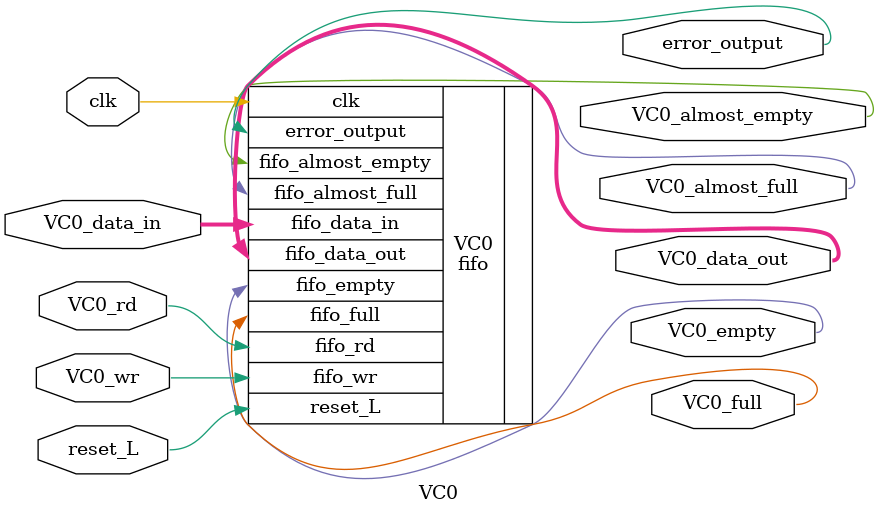
<source format=v>
`include "fifo.v"
module VC0 #(
parameter		BW16=16,	// Byte/data width
parameter [3:0]	LEN=6,
parameter TOL = 1)
    (
	input				clk, reset_L,
	input				VC0_wr,
	input	 [(BW16-1):0]	VC0_data_in,
	input				VC0_rd,
	output	[(BW16-1):0]	VC0_data_out,
	output  			error_output,
	output   				VC0_full,
	output   				VC0_empty,
	output   				VC0_almost_full,
	output   				VC0_almost_empty);

fifo #(.BW(BW16), .LEN(LEN), .TOL(TOL)) VC0  (
	 // Outputs
	 .fifo_data_out			(VC0_data_out[(BW16-1):0]),
	 .error_output			(error_output),
	 .fifo_full			(VC0_full),
	 .fifo_empty			(VC0_empty),
	 .fifo_almost_full		(VC0_almost_full),
	 .fifo_almost_empty		(VC0_almost_empty),
	 // Inputs
	 .clk				(clk),
	 .reset_L			(reset_L),
	 .fifo_wr			(VC0_wr),
	 .fifo_data_in			(VC0_data_in[(BW16-1):0]),
	 .fifo_rd			(VC0_rd)) ;

endmodule

</source>
